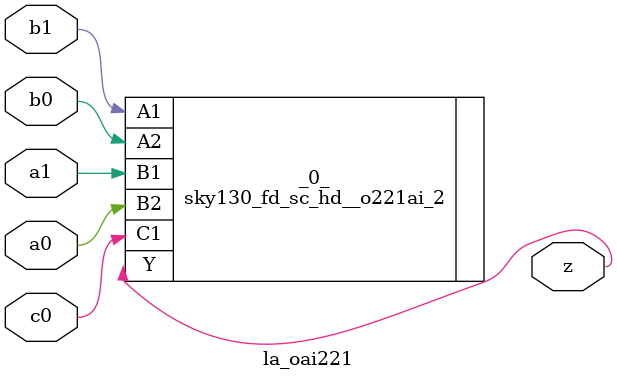
<source format=v>

module la_oai221(a0, a1, b0, b1, c0, z);
  input a0;
  input a1;
  input b0;
  input b1;
  input c0;
  output z;
  sky130_fd_sc_hd__o221ai_2 _0_ (
    .A1(b1),
    .A2(b0),
    .B1(a1),
    .B2(a0),
    .C1(c0),
    .Y(z)
  );
endmodule

</source>
